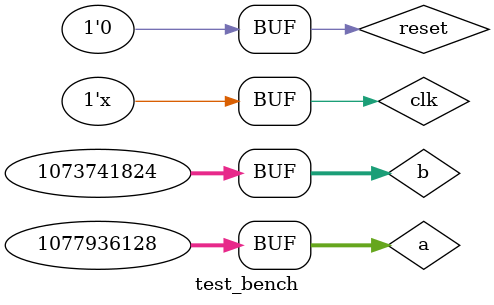
<source format=v>
`timescale 1ns / 1ps


module test_bench;
    reg clk, reset;
	reg [31:0] a;
	reg [31:0] b;

	// Outputs
	wire [31:0] out;

	// Instantiate the Unit Under Test (UUT)
	fp_mac uut ( 
		.a(a), 
		.b(b),
		.clk(clk),
		.reset(reset), 
		.out(out)
	);

	initial begin
		// Initialize Inputs
        reset = 1;
		clk = 0;
		a = 0;
		b = 0;

		// Wait 100 ns for global reset to finish
		#10;
		reset = 0;
        clk = 0;//01000001101010010100011110101110==21.16
        a = 32'h40DD0000;//-4.6;
		b = 32'h00DD0000;//-4.6
		// Add stimulus here
#20;
		    	//clk = 0;//11000000001100001010001111010111==-2.76
		    	//reset = 0;
		a = 32'h40400000;//-4.6;
		b = 32'h40000000;//0.6
		// Add stimulus here
#30;
/*
    	clk = 0;//10111111111101011100001010001111==-1.92
    	//reset = 0;
		a = 32'b01000000010011001100110011001101;//3.2;
		b = 32'b10111111000110011001100110011010;//-0.6
		// Add stimulus here
#40;
 	clk = 0;//01001010100101010000111101101110==4884407.0
 	//reset = 0;
		a = 32'b01000101000010100111000011001101;//2215.05;
		b = 32'b01000101000010011101000110011010;//2205.10
		// Add stimulus here
#50;
    clk = 0;
    //reset = 0;
    a = 32'b00000100000101001110010100101100;//1750.25;
    b = 32'b00000010010100001001100010000010;//1525.19;
    // Add stimulus here
#60;*/
	end	
     always #1 clk=(~clk);  
endmodule

</source>
